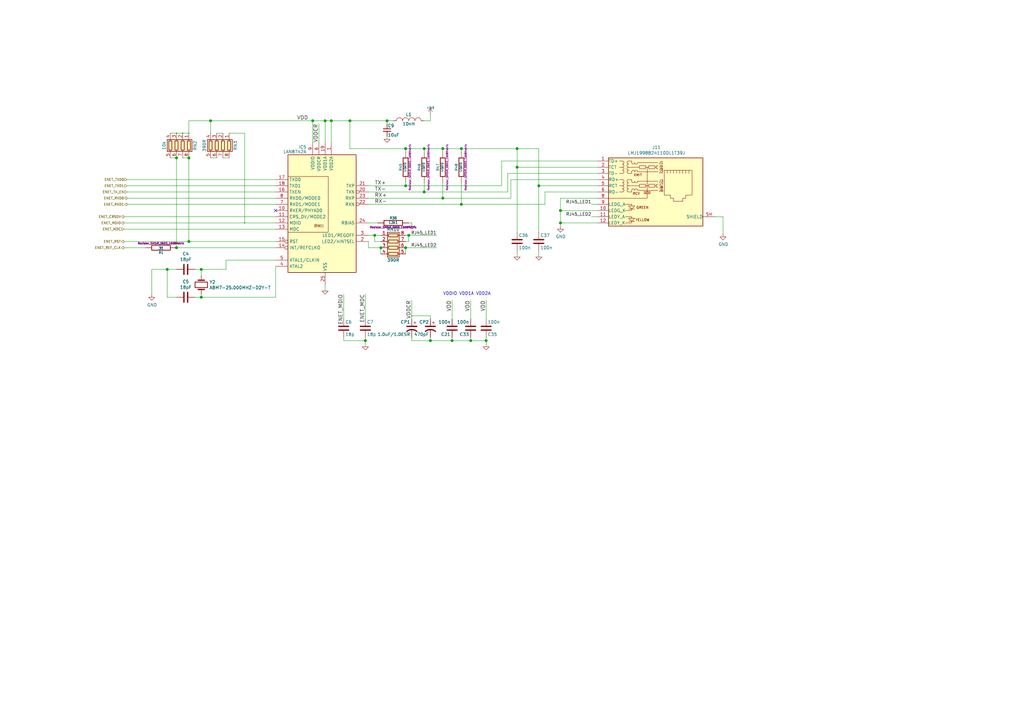
<source format=kicad_sch>
(kicad_sch (version 20201015) (generator eeschema)
  (paper "A3")
  (lib_symbols
    (symbol "Device:C" (pin_numbers hide) (pin_names (offset 0.254))
      (property "Reference" "C" (at 0.635 2.54 0))
      (property "Value" "C" (at 0.635 -2.54 0))
      (symbol "C_0_1"
        (polyline (pts (xy -2.032 -0.762) (xy 2.032 -0.762)) (stroke (width 0.508)))
        (polyline (pts (xy -2.032 0.762) (xy 2.032 0.762)) (stroke (width 0.508)))
      )
      (symbol "C_1_1"
        (pin passive line (at 0 3.81 270) (length 2.794) (name "~") (number "1"))
        (pin passive line (at 0 -3.81 90) (length 2.794) (name "~") (number "2"))
      )
    )
    (symbol "Device:CP1" (pin_numbers hide) (pin_names (offset 0.254) hide)
      (property "Reference" "C" (at 0.635 2.54 0))
      (property "Value" "CP1" (at 0.635 -2.54 0))
      (symbol "CP1_0_1"
        (arc (start -2.032 -1.27) (end 2.032 -1.27) (radius (at 0 -3.81) (length 3.2512) (angles 128.7 51.3)) (stroke (width 0.508)))
        (polyline (pts (xy -2.032 0.762) (xy 2.032 0.762)) (stroke (width 0.508)))
        (polyline (pts (xy -1.778 2.286) (xy -0.762 2.286)))
        (polyline (pts (xy -1.27 1.778) (xy -1.27 2.794)))
      )
      (symbol "CP1_1_1"
        (pin passive line (at 0 3.81 270) (length 2.794) (name "~") (number "1"))
        (pin passive line (at 0 -3.81 90) (length 3.302) (name "~") (number "2"))
      )
    )
    (symbol "Device:C_Small" (pin_numbers hide) (pin_names (offset 0.254) hide)
      (property "Reference" "C" (at 0.254 1.778 0))
      (property "Value" "C_Small" (at 0.254 -2.032 0))
      (symbol "C_Small_0_1"
        (polyline (pts (xy -1.524 -0.508) (xy 1.524 -0.508)) (stroke (width 0.3302)))
        (polyline (pts (xy -1.524 0.508) (xy 1.524 0.508)) (stroke (width 0.3048)))
      )
      (symbol "C_Small_1_1"
        (pin passive line (at 0 2.54 270) (length 2.032) (name "~") (number "1"))
        (pin passive line (at 0 -2.54 90) (length 2.032) (name "~") (number "2"))
      )
    )
    (symbol "Device:R_Pack04" (pin_names (offset 0) hide)
      (property "Reference" "RN" (at -7.62 0 90))
      (property "Value" "R_Pack04" (at 5.08 0 90))
      (symbol "R_Pack04_0_1"
        (rectangle (start -6.35 -2.413) (end 3.81 2.413) (stroke (width 0.254)) (fill (type background)))
        (rectangle (start -5.715 1.905) (end -4.445 -1.905) (stroke (width 0.254)))
        (rectangle (start -3.175 1.905) (end -1.905 -1.905) (stroke (width 0.254)))
        (rectangle (start -0.635 1.905) (end 0.635 -1.905) (stroke (width 0.254)))
        (rectangle (start 1.905 1.905) (end 3.175 -1.905) (stroke (width 0.254)))
        (polyline (pts (xy -5.08 -2.54) (xy -5.08 -1.905)))
        (polyline (pts (xy -5.08 1.905) (xy -5.08 2.54)))
        (polyline (pts (xy -2.54 -2.54) (xy -2.54 -1.905)))
        (polyline (pts (xy -2.54 1.905) (xy -2.54 2.54)))
        (polyline (pts (xy 0 -2.54) (xy 0 -1.905)))
        (polyline (pts (xy 0 1.905) (xy 0 2.54)))
        (polyline (pts (xy 2.54 -2.54) (xy 2.54 -1.905)))
        (polyline (pts (xy 2.54 1.905) (xy 2.54 2.54)))
      )
      (symbol "R_Pack04_1_1"
        (pin passive line (at -5.08 -5.08 90) (length 2.54) (name "R1.1") (number "1"))
        (pin passive line (at -2.54 -5.08 90) (length 2.54) (name "R2.1") (number "2"))
        (pin passive line (at 0 -5.08 90) (length 2.54) (name "R3.1") (number "3"))
        (pin passive line (at 2.54 -5.08 90) (length 2.54) (name "R4.1") (number "4"))
        (pin passive line (at 2.54 5.08 270) (length 2.54) (name "R4.2") (number "5"))
        (pin passive line (at 0 5.08 270) (length 2.54) (name "R3.2") (number "6"))
        (pin passive line (at -2.54 5.08 270) (length 2.54) (name "R2.2") (number "7"))
        (pin passive line (at -5.08 5.08 270) (length 2.54) (name "R1.2") (number "8"))
      )
    )
    (symbol "Uni_Printer-rescue:C-Device" (pin_numbers hide) (pin_names (offset 0.254))
      (property "Reference" "C" (at 0.635 2.54 0))
      (property "Value" "C-Device" (at 0.635 -2.54 0))
      (symbol "C-Device_0_1"
        (polyline (pts (xy -2.032 -0.762) (xy 2.032 -0.762)) (stroke (width 0.508)))
        (polyline (pts (xy -2.032 0.762) (xy 2.032 0.762)) (stroke (width 0.508)))
      )
      (symbol "C-Device_1_1"
        (pin passive line (at 0 3.81 270) (length 2.794) (name "~") (number "1"))
        (pin passive line (at 0 -3.81 90) (length 2.794) (name "~") (number "2"))
      )
    )
    (symbol "Uni_Printer-rescue:Crystal-Device" (pin_numbers hide) (pin_names (offset 1.016) hide)
      (property "Reference" "Y" (at 0 3.81 0))
      (property "Value" "Crystal-Device" (at 0 -3.81 0))
      (symbol "Crystal-Device_0_1"
        (rectangle (start -1.143 2.54) (end 1.143 -2.54) (stroke (width 0.3048)))
        (polyline (pts (xy -2.54 0) (xy -1.905 0)))
        (polyline (pts (xy -1.905 -1.27) (xy -1.905 1.27)) (stroke (width 0.508)))
        (polyline (pts (xy 1.905 -1.27) (xy 1.905 1.27)) (stroke (width 0.508)))
        (polyline (pts (xy 2.54 0) (xy 1.905 0)))
      )
      (symbol "Crystal-Device_1_1"
        (pin passive line (at -3.81 0 0) (length 1.27) (name "1") (number "1"))
        (pin passive line (at 3.81 0 180) (length 1.27) (name "2") (number "2"))
      )
    )
    (symbol "Uni_Printer-rescue:GND-lampa_uv-cache" (power) (pin_names (offset 0))
      (property "Value" "GND-lampa_uv-cache" (at 0 -3.81 0))
      (symbol "GND-lampa_uv-cache_0_1"
        (polyline (pts (xy 0 0) (xy 0 -1.27) (xy 1.27 -1.27) (xy 0 -2.54) (xy -1.27 -1.27) (xy 0 -1.27)))
      )
      (symbol "GND-lampa_uv-cache_1_1"
        (pin power_in line (at 0 0 270) (length 0) hide (name "GND") (number "1"))
      )
    )
    (symbol "Uni_Printer-rescue:GND-lampa_uv-cache-Sensor_tank_v1-rescue-Uni_General_v1-rescue-Uni_Printer_v1-rescue" (power) (pin_names (offset 0))
      (property "Value" "GND-lampa_uv-cache-Sensor_tank_v1-rescue-Uni_General_v1-rescue-Uni_Printer_v1-rescue" (at 0 -3.81 0))
      (symbol "GND-lampa_uv-cache-Sensor_tank_v1-rescue-Uni_General_v1-rescue-Uni_Printer_v1-rescue_0_1"
        (polyline (pts (xy 0 0) (xy 0 -1.27) (xy 1.27 -1.27) (xy 0 -2.54) (xy -1.27 -1.27) (xy 0 -1.27)))
      )
      (symbol "GND-lampa_uv-cache-Sensor_tank_v1-rescue-Uni_General_v1-rescue-Uni_Printer_v1-rescue_1_1"
        (pin power_in line (at 0 0 270) (length 0) hide (name "GND") (number "1"))
      )
    )
    (symbol "Uni_Printer-rescue:RJ45-TRANSFO_v2-rj12" (pin_names (offset 0.0254))
      (property "Reference" "J" (at 2.54 15.24 0))
      (property "Value" "RJ45-TRANSFO_v2-rj12" (at -1.27 15.24 0))
      (symbol "RJ45-TRANSFO_v2-rj12_0_0"
        (text "GREEN" (at -14.605 -6.35 0) (effects (font (size 1.016 1.016))))
        (text "J1" (at -6.985 12.065 0) (effects (font (size 1.016 1.016))))
        (text "J2" (at -6.985 8.255 0) (effects (font (size 1.016 1.016))))
        (text "J3" (at -6.985 4.445 0) (effects (font (size 1.016 1.016))))
        (text "J4" (at -6.985 10.16 0) (effects (font (size 0.889 0.889)) (justify bottom)))
        (text "J5" (at -6.985 9.525 0) (effects (font (size 0.889 0.889))))
        (text "J6" (at -6.985 0.635 0) (effects (font (size 1.016 1.016))))
        (text "J7" (at -6.985 2.54 0) (effects (font (size 0.889 0.889)) (justify bottom)))
        (text "J8" (at -6.985 1.905 0) (effects (font (size 0.889 0.889))))
        (text "RCV" (at -17.145 -0.635 0) (effects (font (size 1.016 1.016))))
        (text "XMIT" (at -16.51 6.985 0) (effects (font (size 1.016 1.016))))
        (text "YELLOW" (at -14.605 -11.43 0) (effects (font (size 1.016 1.016))))
        (polyline (pts (xy -19.05 -6.985) (xy -19.05 -7.62) (xy -21.59 -7.62)))
        (polyline (pts (xy -17.78 -12.065) (xy -20.32 -12.065) (xy -20.32 -12.065)))
        (polyline (pts (xy -17.78 -6.985) (xy -20.32 -6.985) (xy -20.32 -6.985)))
        (polyline (pts (xy -12.7 2.54) (xy -12.7 0) (xy -12.7 0)))
        (polyline (pts (xy -12.7 10.16) (xy -12.7 2.54) (xy -12.7 2.54)))
        (polyline (pts (xy -11.43 -0.635) (xy -13.97 -0.635) (xy -13.97 -0.635)) (stroke (width 0.254)))
        (polyline (pts (xy -8.89 2.54) (xy -9.525 2.54) (xy -9.525 2.54)))
        (polyline (pts (xy -8.89 10.16) (xy -9.525 10.16) (xy -9.525 10.16)))
        (polyline (pts (xy -21.59 -12.7) (xy -19.05 -12.7) (xy -19.05 -12.065) (xy -19.05 -12.065)))
        (polyline (pts (xy -21.59 -10.16) (xy -19.05 -10.16) (xy -19.05 -10.795) (xy -19.05 -10.795)))
        (polyline (pts (xy -21.59 -5.08) (xy -19.05 -5.08) (xy -19.05 -5.715) (xy -19.05 -5.715)))
        (polyline (pts (xy -12.7 -0.635) (xy -12.7 -2.54) (xy -28.575 -2.54) (xy -22.225 -2.54)))
        (polyline (pts (xy -11.43 0) (xy -13.335 0) (xy -13.97 0) (xy -13.97 0)) (stroke (width 0.254)))
        (polyline (pts (xy -20.32 -5.715) (xy -17.78 -5.715) (xy -19.05 -6.985) (xy -20.32 -5.715) (xy -20.32 -5.715)))
        (polyline (pts (xy -17.78 -10.795) (xy -20.32 -10.795) (xy -19.05 -12.065) (xy -17.78 -10.795) (xy -17.78 -10.795)))
        (polyline (pts (xy -8.255 3.175) (xy -8.89 3.175) (xy -8.89 1.905) (xy -8.255 1.905) (xy -8.255 1.905)))
        (polyline (pts (xy -8.255 10.795) (xy -8.89 10.795) (xy -8.89 9.525) (xy -8.255 9.525) (xy -8.255 9.525)))
      )
      (symbol "RJ45-TRANSFO_v2-rj12_0_1"
        (arc (start -22.86 0) (end -22.86 1.27) (radius (at -22.86 0.635) (length 0.635) (angles -89.9 89.9)))
        (arc (start -22.86 1.27) (end -22.86 2.54) (radius (at -22.86 1.905) (length 0.635) (angles -89.9 89.9)))
        (arc (start -22.86 2.54) (end -22.86 3.81) (radius (at -22.86 3.175) (length 0.635) (angles -89.9 89.9)))
        (arc (start -22.86 3.81) (end -22.86 5.08) (radius (at -22.86 4.445) (length 0.635) (angles -89.9 89.9)))
        (arc (start -22.86 7.62) (end -22.86 8.89) (radius (at -22.86 8.255) (length 0.635) (angles -89.9 89.9)))
        (arc (start -22.86 8.89) (end -22.86 10.16) (radius (at -22.86 9.525) (length 0.635) (angles -89.9 89.9)))
        (arc (start -22.86 10.16) (end -22.86 11.43) (radius (at -22.86 10.795) (length 0.635) (angles -89.9 89.9)))
        (arc (start -22.86 11.43) (end -22.86 12.7) (radius (at -22.86 12.065) (length 0.635) (angles -89.9 89.9)))
        (arc (start -20.32 1.27) (end -20.32 0) (radius (at -20.32 0.635) (length 0.635) (angles 90.1 -90.1)))
        (arc (start -20.32 2.54) (end -20.32 1.27) (radius (at -20.32 1.905) (length 0.635) (angles 90.1 -90.1)))
        (arc (start -20.32 3.81) (end -20.32 2.54) (radius (at -20.32 3.175) (length 0.635) (angles 90.1 -90.1)))
        (arc (start -20.32 5.08) (end -20.32 3.81) (radius (at -20.32 4.445) (length 0.635) (angles 90.1 -90.1)))
        (arc (start -20.32 8.89) (end -20.32 7.62) (radius (at -20.32 8.255) (length 0.635) (angles 90.1 -90.1)))
        (arc (start -20.32 10.16) (end -20.32 8.89) (radius (at -20.32 9.525) (length 0.635) (angles 90.1 -90.1)))
        (arc (start -20.32 11.43) (end -20.32 10.16) (radius (at -20.32 10.795) (length 0.635) (angles 90.1 -90.1)))
        (arc (start -20.32 12.7) (end -20.32 11.43) (radius (at -20.32 12.065) (length 0.635) (angles 90.1 -90.1)))
        (arc (start -17.78 0.635) (end -19.05 0.635) (radius (at -18.415 0.635) (length 0.635) (angles 0.1 179.9)))
        (arc (start -19.05 4.445) (end -17.78 4.445) (radius (at -18.415 4.445) (length 0.635) (angles -179.9 -0.1)))
        (arc (start -17.78 8.255) (end -19.05 8.255) (radius (at -18.415 8.255) (length 0.635) (angles 0.1 179.9)))
        (arc (start -19.05 12.065) (end -17.78 12.065) (radius (at -18.415 12.065) (length 0.635) (angles -179.9 -0.1)))
        (arc (start -16.51 0.635) (end -17.78 0.635) (radius (at -17.145 0.635) (length 0.635) (angles 0.1 179.9)))
        (arc (start -17.78 4.445) (end -16.51 4.445) (radius (at -17.145 4.445) (length 0.635) (angles -179.9 -0.1)))
        (arc (start -16.51 8.255) (end -17.78 8.255) (radius (at -17.145 8.255) (length 0.635) (angles 0.1 179.9)))
        (arc (start -17.78 12.065) (end -16.51 12.065) (radius (at -17.145 12.065) (length 0.635) (angles -179.9 -0.1)))
        (rectangle (start -15.875 3.175) (end -13.335 1.905))
        (rectangle (start -15.875 10.795) (end -13.335 9.525))
        (rectangle (start -12.065 3.175) (end -9.525 1.905))
        (rectangle (start -12.065 10.795) (end -9.525 9.525))
        (rectangle (start -28.575 -13.97) (end 10.16 13.97) (stroke (width 0.254)) (fill (type background)))
        (polyline (pts (xy -22.86 0) (xy -24.13 0) (xy -23.495 0)))
        (polyline (pts (xy -22.86 2.54) (xy -24.13 2.54) (xy -23.495 2.54)))
        (polyline (pts (xy -22.86 5.08) (xy -24.13 5.08) (xy -23.495 5.08)))
        (polyline (pts (xy -22.86 7.62) (xy -24.13 7.62) (xy -23.495 7.62)))
        (polyline (pts (xy -22.86 10.16) (xy -24.13 10.16) (xy -23.495 10.16)))
        (polyline (pts (xy -16.51 0.635) (xy -8.255 0.635) (xy -8.255 0.635)))
        (polyline (pts (xy -16.51 4.445) (xy -8.255 4.445) (xy -8.255 4.445)))
        (polyline (pts (xy -16.51 8.255) (xy -8.255 8.255) (xy -8.255 8.255)))
        (polyline (pts (xy -16.51 12.065) (xy -8.255 12.065) (xy -8.255 12.065)))
        (polyline (pts (xy -13.335 2.54) (xy -12.065 2.54) (xy -12.065 2.54)))
        (polyline (pts (xy -13.335 10.16) (xy -12.065 10.16) (xy -12.065 10.16)))
        (polyline (pts (xy -4.445 7.62) (xy -4.445 8.89) (xy -4.445 8.89)))
        (polyline (pts (xy -3.175 8.89) (xy -3.175 7.62) (xy -3.175 7.62)))
        (polyline (pts (xy -1.905 8.89) (xy -1.905 7.62) (xy -1.905 7.62)))
        (polyline (pts (xy -0.635 8.89) (xy -0.635 7.62) (xy -0.635 7.62)))
        (polyline (pts (xy 0.635 8.89) (xy 0.635 7.62) (xy 0.635 7.62)))
        (polyline (pts (xy 1.905 8.89) (xy 1.905 7.62) (xy 1.905 7.62)))
        (polyline (pts (xy 3.175 7.62) (xy 3.175 8.89) (xy 3.175 8.89)))
        (polyline (pts (xy 4.445 7.62) (xy 4.445 8.89) (xy 4.445 8.89)))
        (polyline (pts (xy -22.86 12.7) (xy -24.13 12.7) (xy -23.495 12.7) (xy -23.495 12.7)))
        (polyline (pts (xy -19.05 0.635) (xy -19.05 0) (xy -20.32 0) (xy -20.32 0)))
        (polyline (pts (xy -19.05 8.255) (xy -19.05 7.62) (xy -20.32 7.62) (xy -20.32 7.62)))
        (polyline (pts (xy -15.875 2.54) (xy -20.32 2.54) (xy -20.32 2.54) (xy -20.32 2.54)))
        (polyline (pts (xy -15.875 10.16) (xy -20.32 10.16) (xy -20.32 10.16) (xy -20.32 10.16)))
        (polyline (pts (xy -20.32 5.08) (xy -19.05 5.08) (xy -19.05 4.445) (xy -19.05 4.445) (xy -19.05 4.445) (xy -19.05 4.445)))
        (polyline (pts (xy -20.32 12.7) (xy -19.05 12.7) (xy -19.05 12.065) (xy -19.05 12.065) (xy -19.05 12.065) (xy -19.05 12.065)))
        (polyline (pts (xy -5.715 8.89) (xy 5.715 8.89) (xy 5.715 -1.27) (xy 3.175 -1.27) (xy 3.175 -2.54) (xy 1.905 -2.54) (xy 1.905 -3.81) (xy -1.905 -3.81) (xy -1.905 -2.54) (xy -3.175 -2.54) (xy -3.175 -1.27) (xy -5.715 -1.27) (xy -5.715 8.89) (xy -5.715 8.89)))
      )
      (symbol "RJ45-TRANSFO_v2-rj12_1_1"
        (pin passive line (at -33.02 12.7 0) (length 4.445) (name "TD+") (number "1"))
        (pin passive line (at -33.02 -7.62 0) (length 4.445) (name "LEDG_K") (number "10"))
        (pin passive line (at -33.02 -10.16 0) (length 4.445) (name "LEDY_A") (number "11"))
        (pin passive line (at -33.02 -12.7 0) (length 4.445) (name "LEDY_K") (number "12"))
        (pin passive line (at -33.02 10.16 0) (length 4.445) (name "TCT") (number "2"))
        (pin passive line (at -33.02 7.62 0) (length 4.445) (name "TD-") (number "3"))
        (pin passive line (at -33.02 5.08 0) (length 4.445) (name "RD+") (number "4"))
        (pin passive line (at -33.02 2.54 0) (length 4.445) (name "RCT") (number "5"))
        (pin passive line (at -33.02 0 0) (length 4.445) (name "RD-") (number "6"))
        (pin passive line (at -33.02 -2.54 0) (length 4.445) (name "~") (number "8"))
        (pin passive line (at -33.02 -5.08 0) (length 4.445) (name "LEDG_A") (number "9"))
        (pin passive line (at 15.24 -10.16 180) (length 5.08) (name "SHIELD") (number "SH"))
      )
    )
    (symbol "power:+3V3" (power) (pin_names (offset 0))
      (property "Value" "+3V3" (at 0 3.556 0))
      (symbol "+3V3_0_1"
        (polyline (pts (xy -0.762 1.27) (xy 0 2.54)))
        (polyline (pts (xy 0 0) (xy 0 2.54)))
        (polyline (pts (xy 0 2.54) (xy 0.762 1.27)))
      )
      (symbol "+3V3_1_1"
        (pin power_in line (at 0 0 90) (length 0) hide (name "+3V3") (number "1"))
      )
    )
    (symbol "step2cnc-rescue:GND-RESCUE-step2cnc8_" (power) (pin_names (offset 0))
      (symbol "GND-RESCUE-step2cnc8__0_1"
        (polyline (pts (xy -1.27 0) (xy 0 -1.27) (xy 1.27 0) (xy -1.27 0)))
      )
      (symbol "GND-RESCUE-step2cnc8__1_1"
        (pin power_in line (at 0 0 90) (length 0) hide (name "GND") (number "1"))
      )
    )
    (symbol "step2cnc-rescue:INDUCTOR_SMALL" (pin_numbers hide) (pin_names (offset 0) hide)
      (property "Reference" "L" (at 0 2.54 0))
      (property "Value" "INDUCTOR_SMALL" (at 0 -1.27 0))
      (symbol "INDUCTOR_SMALL_0_1"
        (arc (start -2.54 0) (end -5.08 0) (radius (at -3.81 0) (length 1.27) (angles 0.1 179.9)))
        (arc (start 0 0) (end -2.54 0) (radius (at -1.27 0) (length 1.27) (angles 0.1 179.9)))
        (arc (start 2.54 0) (end 0 0) (radius (at 1.27 0) (length 1.27) (angles 0.1 179.9)))
        (arc (start 5.08 0) (end 2.54 0) (radius (at 3.81 0) (length 1.27) (angles 0.1 179.9)))
      )
      (symbol "INDUCTOR_SMALL_1_1"
        (pin input line (at -6.35 0 0) (length 1.27) (name "1") (number "1"))
        (pin input line (at 6.35 0 180) (length 1.27) (name "2") (number "2"))
      )
    )
    (symbol "step2cnc-rescue:LAN8720A"
      (property "Reference" "U" (at -7.62 28.575 0))
      (property "Value" "LAN8720A" (at -7.62 26.67 0))
      (symbol "LAN8720A_0_0"
        (text "RMII" (at -2.54 -3.81 0) (effects (font (size 1.27 1.27))))
      )
      (symbol "LAN8720A_0_1"
        (rectangle (start -15.24 25.4) (end 12.7 -22.86) (stroke (width 0.254)) (fill (type background)))
        (polyline (pts (xy -15.24 -6.35) (xy 1.27 -6.35) (xy 1.27 16.51) (xy -15.24 16.51)))
      )
      (symbol "LAN8720A_1_1"
        (pin power_in line (at 2.54 30.48 270) (length 5.08) (name "VDD2A") (number "1"))
        (pin output line (at -20.32 2.54 0) (length 5.08) (name "RXER/PHYAD0") (number "10"))
        (pin output line (at -20.32 0 0) (length 5.08) (name "CRS_DV/MODE2") (number "11"))
        (pin bidirectional line (at -20.32 -2.54 0) (length 5.08) (name "MDIO") (number "12"))
        (pin input line (at -20.32 -5.08 0) (length 5.08) (name "MDC") (number "13"))
        (pin output inverted (at -20.32 -12.7 0) (length 5.08) (name "INT/REFCLKO") (number "14"))
        (pin input inverted (at -20.32 -10.16 0) (length 5.08) (name "RST") (number "15"))
        (pin input line (at -20.32 10.16 0) (length 5.08) (name "TXEN") (number "16"))
        (pin input line (at -20.32 15.24 0) (length 5.08) (name "TXD0") (number "17"))
        (pin input line (at -20.32 12.7 0) (length 5.08) (name "TXD1") (number "18"))
        (pin power_in line (at 0 30.48 270) (length 5.08) (name "VDD1A") (number "19"))
        (pin bidirectional line (at 17.78 -10.16 180) (length 5.08) (name "LED2/nINTSEL") (number "2"))
        (pin output inverted (at 17.78 10.16 180) (length 5.08) (name "TXN") (number "20"))
        (pin output line (at 17.78 12.7 180) (length 5.08) (name "TXP") (number "21"))
        (pin output inverted (at 17.78 5.08 180) (length 5.08) (name "RXN") (number "22"))
        (pin output line (at 17.78 7.62 180) (length 5.08) (name "RXP") (number "23"))
        (pin input line (at 17.78 -2.54 180) (length 5.08) (name "RBIAS") (number "24"))
        (pin power_in line (at 0 -27.94 90) (length 5.08) (name "VSS") (number "25"))
        (pin bidirectional line (at 17.78 -7.62 180) (length 5.08) (name "LED1/REGOFF") (number "3"))
        (pin passive line (at -20.32 -20.32 0) (length 5.08) (name "XTAL2") (number "4"))
        (pin passive line (at -20.32 -17.78 0) (length 5.08) (name "XTAL1/CLKIN") (number "5"))
        (pin power_in line (at -2.54 30.48 270) (length 5.08) (name "VDDCR") (number "6"))
        (pin output line (at -20.32 5.08 0) (length 5.08) (name "RXD1/MODE1") (number "7"))
        (pin output line (at -20.32 7.62 0) (length 5.08) (name "RXD0/MODE0") (number "8"))
        (pin power_in line (at -5.08 30.48 270) (length 5.08) (name "VDDIO") (number "9"))
      )
    )
    (symbol "step2cnc-rescue:R-RESCUE-step2cnc8_" (pin_numbers hide) (pin_names (offset 0))
      (property "Reference" "R" (at 2.032 0 90))
      (property "Value" "R-RESCUE-step2cnc8_" (at 0.1778 0.0254 90))
      (symbol "R-RESCUE-step2cnc8__0_1"
        (rectangle (start -1.016 3.81) (end 1.016 -3.81) (stroke (width 0.3048)))
      )
      (symbol "R-RESCUE-step2cnc8__1_1"
        (pin passive line (at 0 6.35 270) (length 2.54) (name "~") (number "1"))
        (pin passive line (at 0 -6.35 90) (length 2.54) (name "~") (number "2"))
      )
    )
  )
  (junction (at 68.58 110.49) (diameter 1.016))
  (junction (at 72.39 54.61) (diameter 0.3048))
  (junction (at 72.39 64.77) (diameter 1))
  (junction (at 72.39 101.6) (diameter 1.016))
  (junction (at 74.93 54.61) (diameter 0.3048))
  (junction (at 77.47 54.61) (diameter 0.3048))
  (junction (at 77.47 64.77) (diameter 1))
  (junction (at 77.47 99.06) (diameter 1.016))
  (junction (at 82.55 110.49) (diameter 1.016))
  (junction (at 82.55 121.92) (diameter 1.016))
  (junction (at 86.36 49.53) (diameter 1))
  (junction (at 100.33 91.44) (diameter 0.3048))
  (junction (at 128.27 49.53) (diameter 1.016))
  (junction (at 133.35 49.53) (diameter 1.016))
  (junction (at 135.89 49.53) (diameter 1.016))
  (junction (at 143.51 49.53) (diameter 1.016))
  (junction (at 149.86 139.7) (diameter 1))
  (junction (at 153.67 96.52) (diameter 1))
  (junction (at 156.21 101.6) (diameter 1.016))
  (junction (at 158.75 49.53) (diameter 1))
  (junction (at 166.37 60.96) (diameter 1.016))
  (junction (at 166.37 76.2) (diameter 1))
  (junction (at 166.37 101.6) (diameter 1.016))
  (junction (at 167.64 96.52) (diameter 1.016))
  (junction (at 168.91 129.54) (diameter 0.3048))
  (junction (at 173.99 60.96) (diameter 1.016))
  (junction (at 173.99 78.74) (diameter 1))
  (junction (at 176.53 139.7) (diameter 1))
  (junction (at 181.61 60.96) (diameter 1.016))
  (junction (at 181.61 81.28) (diameter 1))
  (junction (at 185.42 139.7) (diameter 1))
  (junction (at 189.23 60.96) (diameter 1.016))
  (junction (at 189.23 83.82) (diameter 1))
  (junction (at 193.04 139.7) (diameter 1))
  (junction (at 199.39 139.7) (diameter 1))
  (junction (at 212.09 60.96) (diameter 1.016))
  (junction (at 212.09 68.58) (diameter 1.016))
  (junction (at 220.98 76.2) (diameter 1.016))
  (junction (at 229.87 86.36) (diameter 1.016))
  (junction (at 229.87 91.44) (diameter 1.016))
  (no_connect (at 113.03 86.36))
  (wire (pts (xy 50.8 88.9) (xy 113.03 88.9)))
  (wire (pts (xy 50.8 91.44) (xy 100.33 91.44)))
  (wire (pts (xy 50.8 93.98) (xy 113.03 93.98)))
  (wire (pts (xy 50.8 99.06) (xy 77.47 99.06)))
  (wire (pts (xy 50.8 101.6) (xy 59.69 101.6)))
  (wire (pts (xy 52.07 73.66) (xy 113.03 73.66)))
  (wire (pts (xy 52.07 76.2) (xy 113.03 76.2)))
  (wire (pts (xy 52.07 78.74) (xy 113.03 78.74)))
  (wire (pts (xy 52.07 81.28) (xy 113.03 81.28)))
  (wire (pts (xy 52.07 83.82) (xy 113.03 83.82)))
  (wire (pts (xy 62.23 110.49) (xy 68.58 110.49)))
  (wire (pts (xy 62.23 120.65) (xy 62.23 110.49)))
  (wire (pts (xy 68.58 110.49) (xy 68.58 121.92)))
  (wire (pts (xy 68.58 121.92) (xy 72.39 121.92)))
  (wire (pts (xy 69.85 64.77) (xy 72.39 64.77)))
  (wire (pts (xy 72.39 54.61) (xy 69.85 54.61)))
  (wire (pts (xy 72.39 101.6) (xy 72.39 64.77)))
  (wire (pts (xy 72.39 101.6) (xy 113.03 101.6)))
  (wire (pts (xy 72.39 110.49) (xy 68.58 110.49)))
  (wire (pts (xy 74.93 54.61) (xy 72.39 54.61)))
  (wire (pts (xy 77.47 49.53) (xy 77.47 54.61)))
  (wire (pts (xy 77.47 54.61) (xy 74.93 54.61)))
  (wire (pts (xy 77.47 64.77) (xy 74.93 64.77)))
  (wire (pts (xy 77.47 64.77) (xy 77.47 99.06)))
  (wire (pts (xy 77.47 99.06) (xy 113.03 99.06)))
  (wire (pts (xy 82.55 110.49) (xy 80.01 110.49)))
  (wire (pts (xy 82.55 110.49) (xy 92.71 110.49)))
  (wire (pts (xy 82.55 113.03) (xy 82.55 110.49)))
  (wire (pts (xy 82.55 121.92) (xy 80.01 121.92)))
  (wire (pts (xy 82.55 121.92) (xy 82.55 120.65)))
  (wire (pts (xy 82.55 121.92) (xy 113.03 121.92)))
  (wire (pts (xy 86.36 49.53) (xy 77.47 49.53)))
  (wire (pts (xy 86.36 49.53) (xy 86.36 54.61)))
  (wire (pts (xy 86.36 49.53) (xy 128.27 49.53)))
  (wire (pts (xy 86.36 64.77) (xy 88.9 64.77)))
  (wire (pts (xy 88.9 54.61) (xy 91.44 54.61)))
  (wire (pts (xy 91.44 64.77) (xy 93.98 64.77)))
  (wire (pts (xy 92.71 106.68) (xy 92.71 110.49)))
  (wire (pts (xy 93.98 54.61) (xy 100.33 54.61)))
  (wire (pts (xy 100.33 54.61) (xy 100.33 91.44)))
  (wire (pts (xy 100.33 91.44) (xy 113.03 91.44)))
  (wire (pts (xy 113.03 106.68) (xy 92.71 106.68)))
  (wire (pts (xy 113.03 109.22) (xy 113.03 121.92)))
  (wire (pts (xy 128.27 49.53) (xy 128.27 58.42)))
  (wire (pts (xy 128.27 49.53) (xy 133.35 49.53)))
  (wire (pts (xy 130.81 58.42) (xy 130.81 50.8)))
  (wire (pts (xy 133.35 49.53) (xy 133.35 58.42)))
  (wire (pts (xy 133.35 49.53) (xy 135.89 49.53)))
  (wire (pts (xy 133.35 116.84) (xy 133.35 119.38)))
  (wire (pts (xy 135.89 49.53) (xy 135.89 58.42)))
  (wire (pts (xy 135.89 49.53) (xy 143.51 49.53)))
  (wire (pts (xy 140.97 130.81) (xy 140.97 120.65)))
  (wire (pts (xy 140.97 138.43) (xy 140.97 139.7)))
  (wire (pts (xy 140.97 139.7) (xy 149.86 139.7)))
  (wire (pts (xy 143.51 49.53) (xy 143.51 60.96)))
  (wire (pts (xy 143.51 49.53) (xy 158.75 49.53)))
  (wire (pts (xy 143.51 60.96) (xy 166.37 60.96)))
  (wire (pts (xy 149.86 130.81) (xy 149.86 120.65)))
  (wire (pts (xy 149.86 138.43) (xy 149.86 139.7)))
  (wire (pts (xy 149.86 139.7) (xy 149.86 142.24)))
  (wire (pts (xy 151.13 76.2) (xy 166.37 76.2)))
  (wire (pts (xy 151.13 78.74) (xy 173.99 78.74)))
  (wire (pts (xy 151.13 81.28) (xy 181.61 81.28)))
  (wire (pts (xy 151.13 83.82) (xy 189.23 83.82)))
  (wire (pts (xy 151.13 96.52) (xy 153.67 96.52)))
  (wire (pts (xy 151.13 99.06) (xy 151.13 101.6)))
  (wire (pts (xy 151.13 101.6) (xy 156.21 101.6)))
  (wire (pts (xy 153.67 96.52) (xy 156.21 96.52)))
  (wire (pts (xy 153.67 99.06) (xy 153.67 96.52)))
  (wire (pts (xy 154.94 91.44) (xy 151.13 91.44)))
  (wire (pts (xy 156.21 99.06) (xy 153.67 99.06)))
  (wire (pts (xy 156.21 101.6) (xy 156.21 104.14)))
  (wire (pts (xy 158.75 49.53) (xy 158.75 50.8)))
  (wire (pts (xy 158.75 49.53) (xy 161.29 49.53)))
  (wire (pts (xy 158.75 57.15) (xy 158.75 55.88)))
  (wire (pts (xy 166.37 60.96) (xy 173.99 60.96)))
  (wire (pts (xy 166.37 62.23) (xy 166.37 60.96)))
  (wire (pts (xy 166.37 74.93) (xy 166.37 76.2)))
  (wire (pts (xy 166.37 76.2) (xy 205.74 76.2)))
  (wire (pts (xy 166.37 96.52) (xy 167.64 96.52)))
  (wire (pts (xy 166.37 101.6) (xy 166.37 104.14)))
  (wire (pts (xy 166.37 101.6) (xy 179.07 101.6)))
  (wire (pts (xy 167.64 91.44) (xy 168.91 91.44)))
  (wire (pts (xy 167.64 96.52) (xy 167.64 99.06)))
  (wire (pts (xy 167.64 96.52) (xy 179.07 96.52)))
  (wire (pts (xy 167.64 99.06) (xy 166.37 99.06)))
  (wire (pts (xy 168.91 91.44) (xy 168.91 92.71)))
  (wire (pts (xy 168.91 123.19) (xy 168.91 129.54)))
  (wire (pts (xy 168.91 129.54) (xy 168.91 130.81)))
  (wire (pts (xy 168.91 138.43) (xy 168.91 139.7)))
  (wire (pts (xy 168.91 139.7) (xy 176.53 139.7)))
  (wire (pts (xy 173.99 49.53) (xy 176.53 49.53)))
  (wire (pts (xy 173.99 60.96) (xy 173.99 62.23)))
  (wire (pts (xy 173.99 60.96) (xy 181.61 60.96)))
  (wire (pts (xy 173.99 74.93) (xy 173.99 78.74)))
  (wire (pts (xy 173.99 78.74) (xy 208.28 78.74)))
  (wire (pts (xy 176.53 49.53) (xy 176.53 46.99)))
  (wire (pts (xy 176.53 129.54) (xy 168.91 129.54)))
  (wire (pts (xy 176.53 130.81) (xy 176.53 129.54)))
  (wire (pts (xy 176.53 138.43) (xy 176.53 139.7)))
  (wire (pts (xy 176.53 139.7) (xy 185.42 139.7)))
  (wire (pts (xy 181.61 60.96) (xy 181.61 62.23)))
  (wire (pts (xy 181.61 60.96) (xy 189.23 60.96)))
  (wire (pts (xy 181.61 74.93) (xy 181.61 81.28)))
  (wire (pts (xy 181.61 81.28) (xy 209.55 81.28)))
  (wire (pts (xy 185.42 130.81) (xy 185.42 123.19)))
  (wire (pts (xy 185.42 139.7) (xy 185.42 138.43)))
  (wire (pts (xy 185.42 139.7) (xy 193.04 139.7)))
  (wire (pts (xy 189.23 60.96) (xy 189.23 62.23)))
  (wire (pts (xy 189.23 60.96) (xy 212.09 60.96)))
  (wire (pts (xy 189.23 74.93) (xy 189.23 83.82)))
  (wire (pts (xy 189.23 83.82) (xy 223.52 83.82)))
  (wire (pts (xy 193.04 130.81) (xy 193.04 123.19)))
  (wire (pts (xy 193.04 139.7) (xy 193.04 138.43)))
  (wire (pts (xy 193.04 139.7) (xy 199.39 139.7)))
  (wire (pts (xy 199.39 123.19) (xy 199.39 130.81)))
  (wire (pts (xy 199.39 138.43) (xy 199.39 139.7)))
  (wire (pts (xy 199.39 139.7) (xy 199.39 142.24)))
  (wire (pts (xy 205.74 66.04) (xy 245.11 66.04)))
  (wire (pts (xy 205.74 76.2) (xy 205.74 66.04)))
  (wire (pts (xy 208.28 71.12) (xy 208.28 78.74)))
  (wire (pts (xy 209.55 73.66) (xy 209.55 81.28)))
  (wire (pts (xy 212.09 60.96) (xy 212.09 68.58)))
  (wire (pts (xy 212.09 60.96) (xy 220.98 60.96)))
  (wire (pts (xy 212.09 68.58) (xy 212.09 95.25)))
  (wire (pts (xy 212.09 68.58) (xy 245.11 68.58)))
  (wire (pts (xy 212.09 102.87) (xy 212.09 105.41)))
  (wire (pts (xy 220.98 60.96) (xy 220.98 76.2)))
  (wire (pts (xy 220.98 76.2) (xy 220.98 95.25)))
  (wire (pts (xy 220.98 102.87) (xy 220.98 105.41)))
  (wire (pts (xy 223.52 78.74) (xy 223.52 83.82)))
  (wire (pts (xy 229.87 81.28) (xy 229.87 86.36)))
  (wire (pts (xy 229.87 86.36) (xy 229.87 91.44)))
  (wire (pts (xy 229.87 86.36) (xy 245.11 86.36)))
  (wire (pts (xy 229.87 91.44) (xy 229.87 92.71)))
  (wire (pts (xy 229.87 91.44) (xy 245.11 91.44)))
  (wire (pts (xy 242.57 83.82) (xy 245.11 83.82)))
  (wire (pts (xy 242.57 88.9) (xy 245.11 88.9)))
  (wire (pts (xy 245.11 71.12) (xy 208.28 71.12)))
  (wire (pts (xy 245.11 73.66) (xy 209.55 73.66)))
  (wire (pts (xy 245.11 76.2) (xy 220.98 76.2)))
  (wire (pts (xy 245.11 78.74) (xy 223.52 78.74)))
  (wire (pts (xy 245.11 81.28) (xy 229.87 81.28)))
  (wire (pts (xy 293.37 88.9) (xy 296.545 88.9)))
  (wire (pts (xy 296.545 88.9) (xy 296.545 95.885)))
  (text "VDDIO VDD1A VDD2A" (at 201.295 121.285 180) (effects (font (size 1.27 1.27)) (justify right bottom)))
  (label "VDD" (at 126.365 49.53 180) (effects (font (size 1.524 1.524))))
  (label "VDDCR" (at 130.81 50.8 270) (effects (font (size 1.524 1.524))))
  (label "ENET_MDIO" (at 140.97 120.65 270) (effects (font (size 1.524 1.524))))
  (label "ENET_MDC" (at 149.86 120.65 270) (effects (font (size 1.524 1.524))))
  (label "TX+" (at 153.67 76.2 0) (effects (font (size 1.524 1.524))))
  (label "TX-" (at 153.67 78.74 0) (effects (font (size 1.524 1.524))))
  (label "RX+" (at 153.67 81.28 0) (effects (font (size 1.524 1.524))))
  (label "RX-" (at 153.67 83.82 0) (effects (font (size 1.524 1.524))))
  (label "VDDCR" (at 168.91 123.19 270) (effects (font (size 1.524 1.524))))
  (label "RJ45_LED1" (at 179.07 96.52 180))
  (label "RJ45_LED2" (at 179.07 101.6 180))
  (label "VDD" (at 185.42 123.19 270) (effects (font (size 1.524 1.524))))
  (label "VDD" (at 193.04 123.19 270) (effects (font (size 1.524 1.524))))
  (label "VDD" (at 199.39 123.19 270) (effects (font (size 1.524 1.524))))
  (label "RJ45_LED1" (at 242.57 83.82 180))
  (label "RJ45_LED2" (at 242.57 88.9 180))
  (hierarchical_label "ENET_CRSDV" (shape output) (at 50.8 88.9 180) (effects (font (size 0.991 0.991))))
  (hierarchical_label "ENET_MDIO" (shape output) (at 50.8 91.44 180) (effects (font (size 0.9906 0.9906))))
  (hierarchical_label "ENET_MDC" (shape input) (at 50.8 93.98 180) (effects (font (size 0.9906 0.9906))))
  (hierarchical_label "ENET_RST" (shape output) (at 50.8 99.06 180) (effects (font (size 0.991 0.991))))
  (hierarchical_label "ENET_REF_CLK" (shape output) (at 50.8 101.6 180) (effects (font (size 0.991 0.991))))
  (hierarchical_label "ENET_TXD0" (shape input) (at 52.07 73.66 180) (effects (font (size 0.9906 0.9906))))
  (hierarchical_label "ENET_TXD1" (shape input) (at 52.07 76.2 180) (effects (font (size 0.9906 0.9906))))
  (hierarchical_label "ENET_TX_EN" (shape input) (at 52.07 78.74 180) (effects (font (size 0.9906 0.9906))))
  (hierarchical_label "ENET_RXD0" (shape output) (at 52.07 81.28 180) (effects (font (size 0.9906 0.9906))))
  (hierarchical_label "ENET_RXD1" (shape output) (at 52.07 83.82 180) (effects (font (size 0.9906 0.9906))))
  (symbol (lib_id "step2cnc-rescue:GND-RESCUE-step2cnc8_") (at 133.35 119.38 0) (unit 1)
    (property "Reference" "#PWR0157" (effects hide))
    (property "Value" "GND" (effects hide))
  )
  (symbol (lib_id "step2cnc-rescue:GND-RESCUE-step2cnc8_") (at 149.86 142.24 0) (unit 1)
    (property "Reference" "#PWR0159" (effects hide))
    (property "Value" "GND" (effects hide))
  )
  (symbol (lib_id "step2cnc-rescue:GND-RESCUE-step2cnc8_") (at 158.75 57.15 0) (unit 1)
    (property "Reference" "#PWR0155" (effects hide))
    (property "Value" "GND" (effects hide))
  )
  (symbol (lib_id "step2cnc-rescue:GND-RESCUE-step2cnc8_") (at 168.91 92.71 0) (unit 1)
    (property "Reference" "#PWR0158" (effects hide))
    (property "Value" "GND" (effects hide))
  )
  (symbol (lib_id "step2cnc-rescue:GND-RESCUE-step2cnc8_") (at 199.39 142.24 0) (unit 1)
    (property "Reference" "#PWR0160" (effects hide))
    (property "Value" "GND" (effects hide))
  )
  (symbol (lib_id "step2cnc-rescue:GND-RESCUE-step2cnc8_") (at 212.09 105.41 0) (unit 1)
    (property "Reference" "#PWR0161" (effects hide))
    (property "Value" "GND" (effects hide))
  )
  (symbol (lib_id "step2cnc-rescue:GND-RESCUE-step2cnc8_") (at 220.98 105.41 0) (unit 1)
    (property "Reference" "#PWR0162" (effects hide))
    (property "Value" "GND" (effects hide))
  )
  (symbol (lib_id "power:+3V3") (at 176.53 46.99 0) (unit 1)
    (property "Reference" "#PWR0156" (effects hide))
    (property "Value" "+3.3V" (at 176.53 44.196 0) (effects (font (size 0.762 0.762))))
  )
  (symbol (lib_id "Uni_Printer-rescue:GND-lampa_uv-cache-Sensor_tank_v1-rescue-Uni_General_v1-rescue-Uni_Printer_v1-rescue") (at 62.23 120.65 0) (unit 1)
    (property "Reference" "#PWR0154" (effects hide))
    (property "Value" "GND" (at 62.357 125.0442 0))
  )
  (symbol (lib_id "Uni_Printer-rescue:GND-lampa_uv-cache") (at 229.87 92.71 0) (unit 1)
    (property "Reference" "#PWR0164" (effects hide))
    (property "Value" "GND" (at 229.997 97.028 0))
  )
  (symbol (lib_id "Uni_Printer-rescue:GND-lampa_uv-cache") (at 296.545 95.885 0) (unit 1)
    (property "Reference" "#PWR0165" (effects hide))
    (property "Value" "GND" (at 296.672 100.203 0))
  )
  (symbol (lib_id "Device:C_Small") (at 158.75 53.34 0) (unit 1)
    (property "Reference" "C9" (at 159.004 51.562 0) (effects (justify left)))
    (property "Value" "10uF" (at 159.004 55.372 0) (effects (justify left)))
    (property "Footprint" "Capacitor_SMD:C_0603_1608Metric" (effects hide))
  )
  (symbol (lib_id "step2cnc-rescue:INDUCTOR_SMALL") (at 167.64 49.53 0) (unit 1)
    (property "Reference" "L1" (at 167.64 46.99 0))
    (property "Value" "10nH" (at 167.64 50.8 0))
    (property "Footprint" "Inductor_SMD:L_0603_1608Metric" (effects hide))
  )
  (symbol (lib_id "step2cnc-rescue:R-RESCUE-step2cnc8_") (at 66.04 101.6 90) (mirror x) (unit 1)
    (property "Reference" "R1" (at 66.04 103.632 90) (effects (font (size 1.016 1.016))))
    (property "Value" "33" (at 66.0146 101.7778 90) (effects (font (size 1.016 1.016))))
    (property "Footprint" "Resistor_SMD:R_0603_1608Metric" (at 66.04 99.822 90) (effects (font (size 0.762 0.762))))
    (property "Datasheet" "~" (at 66.04 101.6 0) (effects (font (size 0.762 0.762))))
  )
  (symbol (lib_id "step2cnc-rescue:R-RESCUE-step2cnc8_") (at 161.29 91.44 90) (unit 1)
    (property "Reference" "R38" (at 161.29 89.408 90) (effects (font (size 1.016 1.016))))
    (property "Value" "12k1" (at 161.2646 91.2622 90) (effects (font (size 1.016 1.016))))
    (property "Footprint" "Resistor_SMD:R_0603_1608Metric" (at 161.29 93.218 90) (effects (font (size 0.762 0.762))))
    (property "Datasheet" "~" (at 161.29 91.44 0) (effects (font (size 0.762 0.762))))
  )
  (symbol (lib_id "step2cnc-rescue:R-RESCUE-step2cnc8_") (at 166.37 68.58 180) (unit 1)
    (property "Reference" "R45" (at 164.338 68.58 90) (effects (font (size 1.016 1.016))))
    (property "Value" "49R9" (at 166.1922 68.6054 90) (effects (font (size 1.016 1.016))))
    (property "Footprint" "Resistor_SMD:R_0603_1608Metric" (at 168.148 68.58 90) (effects (font (size 0.762 0.762))))
    (property "Datasheet" "~" (at 166.37 68.58 0) (effects (font (size 0.762 0.762))))
  )
  (symbol (lib_id "step2cnc-rescue:R-RESCUE-step2cnc8_") (at 173.99 68.58 180) (unit 1)
    (property "Reference" "R46" (at 171.958 68.58 90) (effects (font (size 1.016 1.016))))
    (property "Value" "49R9" (at 173.8122 68.6054 90) (effects (font (size 1.016 1.016))))
    (property "Footprint" "Resistor_SMD:R_0603_1608Metric" (at 175.768 68.58 90) (effects (font (size 0.762 0.762))))
    (property "Datasheet" "~" (at 173.99 68.58 0) (effects (font (size 0.762 0.762))))
  )
  (symbol (lib_id "step2cnc-rescue:R-RESCUE-step2cnc8_") (at 181.61 68.58 180) (unit 1)
    (property "Reference" "R47" (at 179.578 68.58 90) (effects (font (size 1.016 1.016))))
    (property "Value" "49R9" (at 181.4322 68.6054 90) (effects (font (size 1.016 1.016))))
    (property "Footprint" "Resistor_SMD:R_0603_1608Metric" (at 183.388 68.58 90) (effects (font (size 0.762 0.762))))
    (property "Datasheet" "~" (at 181.61 68.58 0) (effects (font (size 0.762 0.762))))
  )
  (symbol (lib_id "step2cnc-rescue:R-RESCUE-step2cnc8_") (at 189.23 68.58 180) (unit 1)
    (property "Reference" "R48" (at 187.198 68.58 90) (effects (font (size 1.016 1.016))))
    (property "Value" "49R9" (at 189.0522 68.6054 90) (effects (font (size 1.016 1.016))))
    (property "Footprint" "Resistor_SMD:R_0603_1608Metric" (at 191.008 68.58 90) (effects (font (size 0.762 0.762))))
    (property "Datasheet" "~" (at 189.23 68.58 0) (effects (font (size 0.762 0.762))))
  )
  (symbol (lib_id "Uni_Printer-rescue:C-Device") (at 76.2 110.49 270) (unit 1)
    (property "Reference" "C4" (at 76.2 104.0892 90))
    (property "Value" "18pF" (at 76.2 106.4006 90))
    (property "Footprint" "Capacitor_SMD:C_0603_1608Metric" (effects hide))
    (property "TME" "VJ0603A180JXACW2BC" (effects hide))
  )
  (symbol (lib_id "Uni_Printer-rescue:C-Device") (at 76.2 121.92 270) (unit 1)
    (property "Reference" "C5" (at 76.2 115.5192 90))
    (property "Value" "18pF" (at 76.2 117.8306 90))
    (property "Footprint" "Capacitor_SMD:C_0603_1608Metric" (effects hide))
    (property "TME" "VJ0603A180JXACW2BC" (effects hide))
  )
  (symbol (lib_id "Device:C") (at 140.97 134.62 0) (unit 1)
    (property "Reference" "C6" (at 141.605 132.08 0) (effects (justify left)))
    (property "Value" "18p" (at 141.605 137.16 0) (effects (justify left)))
    (property "Footprint" "Capacitor_SMD:C_0603_1608Metric" (effects hide))
  )
  (symbol (lib_id "Device:C") (at 149.86 134.62 0) (unit 1)
    (property "Reference" "C7" (at 150.495 132.08 0) (effects (justify left)))
    (property "Value" "18p" (at 150.495 137.16 0) (effects (justify left)))
    (property "Footprint" "Capacitor_SMD:C_0603_1608Metric" (effects hide))
  )
  (symbol (lib_id "Device:CP1") (at 168.91 134.62 0) (mirror y) (unit 1)
    (property "Reference" "CP1" (at 168.275 132.08 0) (effects (justify left)))
    (property "Value" "1.0uF/1.0ESR" (at 168.275 137.16 0) (effects (justify left)))
    (property "Footprint" "Capacitor_SMD:C_0603_1608Metric" (effects hide))
  )
  (symbol (lib_id "Device:CP1") (at 176.53 134.62 0) (mirror y) (unit 1)
    (property "Reference" "CP2" (at 175.895 132.08 0) (effects (justify left)))
    (property "Value" "470pF" (at 175.895 137.16 0) (effects (justify left)))
    (property "Footprint" "Capacitor_SMD:C_0603_1608Metric" (effects hide))
  )
  (symbol (lib_id "Device:C") (at 185.42 134.62 180) (unit 1)
    (property "Reference" "C21" (at 184.785 137.16 0) (effects (justify left)))
    (property "Value" "100n" (at 184.785 132.08 0) (effects (justify left)))
    (property "Footprint" "Capacitor_SMD:C_0603_1608Metric" (effects hide))
  )
  (symbol (lib_id "Device:C") (at 193.04 134.62 180) (unit 1)
    (property "Reference" "C33" (at 192.405 137.16 0) (effects (justify left)))
    (property "Value" "100n" (at 192.405 132.08 0) (effects (justify left)))
    (property "Footprint" "Capacitor_SMD:C_0603_1608Metric" (effects hide))
  )
  (symbol (lib_id "Device:C") (at 199.39 134.62 0) (mirror x) (unit 1)
    (property "Reference" "C35" (at 200.025 137.16 0) (effects (justify left)))
    (property "Value" "100n" (at 200.025 132.08 0) (effects (justify left)))
    (property "Footprint" "Capacitor_SMD:C_0603_1608Metric" (effects hide))
  )
  (symbol (lib_id "Device:C") (at 212.09 99.06 0) (unit 1)
    (property "Reference" "C36" (at 212.725 96.52 0) (effects (justify left)))
    (property "Value" "100n" (at 212.725 101.6 0) (effects (justify left)))
    (property "Footprint" "Capacitor_SMD:C_0603_1608Metric" (effects hide))
  )
  (symbol (lib_id "Device:C") (at 220.98 99.06 0) (unit 1)
    (property "Reference" "C37" (at 221.615 96.52 0) (effects (justify left)))
    (property "Value" "100n" (at 221.615 101.6 0) (effects (justify left)))
    (property "Footprint" "Capacitor_SMD:C_0603_1608Metric" (effects hide))
  )
  (symbol (lib_id "Uni_Printer-rescue:Crystal-Device") (at 82.55 116.84 270) (unit 1)
    (property "Reference" "Y2" (at 85.8774 115.6716 90) (effects (justify left)))
    (property "Value" "ABM7-25.000MHZ-D2Y-T" (at 85.8774 117.983 90) (effects (justify left)))
    (property "Footprint" "moje:XTAL500X320X130N_v2" (effects hide))
    (property "TME" "ABM7-25.000MHZ-D2Y" (effects hide))
  )
  (symbol (lib_id "Device:R_Pack04") (at 72.39 59.69 180) (unit 1)
    (property "Reference" "RN2" (at 80.01 59.69 90))
    (property "Value" "10k" (at 67.31 59.69 90))
    (property "Footprint" "Resistor_SMD:R_Array_Convex_4x0603" (effects hide))
  )
  (symbol (lib_id "Device:R_Pack04") (at 88.9 59.69 180) (unit 1)
    (property "Reference" "RN3" (at 96.52 59.69 90))
    (property "Value" "390R" (at 83.82 59.69 90))
    (property "Footprint" "Resistor_SMD:R_Array_Convex_4x0603" (effects hide))
  )
  (symbol (lib_id "Device:R_Pack04") (at 161.29 101.6 270) (unit 1)
    (property "Reference" "RN10" (at 161.29 93.98 90))
    (property "Value" "390R" (at 161.29 106.68 90))
    (property "Footprint" "Resistor_SMD:R_Array_Convex_4x0603" (effects hide))
  )
  (symbol (lib_id "Uni_Printer-rescue:RJ45-TRANSFO_v2-rj12") (at 278.13 78.74 0) (unit 1)
    (property "Reference" "J11" (at 269.24 60.452 0))
    (property "Value" "LMJ1998824110DL1T39J" (at 269.24 62.7634 0))
    (property "Footprint" "moje:LMJ1998824110DL1T39J" (effects hide))
    (property "TME" "RJ45-TRAFO-L" (effects hide))
  )
  (symbol (lib_id "step2cnc-rescue:LAN8720A") (at 133.35 88.9 0) (unit 1)
    (property "Reference" "IC5" (at 125.73 60.325 0) (effects (justify right)))
    (property "Value" "LAN8742A" (at 125.73 62.23 0) (effects (justify right)))
    (property "Footprint" "Package_DFN_QFN:QFN-24-1EP_4x4mm_P0.5mm_EP2.6x2.6mm" (effects hide))
  )
)
</source>
